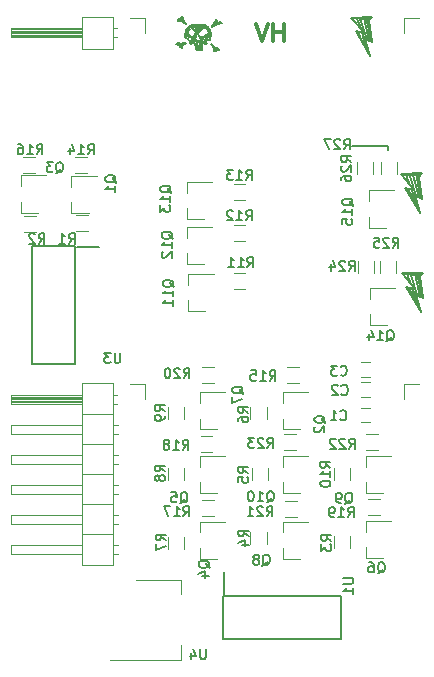
<source format=gbo>
%TF.GenerationSoftware,KiCad,Pcbnew,4.0.7*%
%TF.CreationDate,2017-11-19T00:55:32+08:00*%
%TF.ProjectId,finalRoundNixie,66696E616C526F756E644E697869652E,rev?*%
%TF.FileFunction,Legend,Bot*%
%FSLAX46Y46*%
G04 Gerber Fmt 4.6, Leading zero omitted, Abs format (unit mm)*
G04 Created by KiCad (PCBNEW 4.0.7) date 11/19/17 00:55:32*
%MOMM*%
%LPD*%
G01*
G04 APERTURE LIST*
%ADD10C,0.100000*%
%ADD11C,0.200000*%
%ADD12C,0.300000*%
%ADD13C,0.153000*%
%ADD14C,0.150000*%
%ADD15C,0.120000*%
G04 APERTURE END LIST*
D10*
D11*
X29900000Y-11600000D02*
X32900000Y-11600000D01*
D12*
X24071428Y-2708571D02*
X24071428Y-1208571D01*
X24071428Y-1922857D02*
X23214285Y-1922857D01*
X23214285Y-2708571D02*
X23214285Y-1208571D01*
X22714285Y-1208571D02*
X22214285Y-2708571D01*
X21714285Y-1208571D01*
D11*
X32900000Y-11600000D02*
X32900000Y-11900000D01*
D13*
X35160000Y-22420000D02*
X35620000Y-24270000D01*
X35490000Y-22460000D02*
X35580000Y-22860000D01*
X34476000Y-23519000D02*
X35690000Y-25640000D01*
X35550000Y-25260000D02*
X35190000Y-24140000D01*
X34880000Y-22490000D02*
X35410000Y-24170000D01*
X34670000Y-23590000D02*
X35110000Y-24560000D01*
X35062000Y-23970500D02*
X35446000Y-25031200D01*
X35716000Y-25639200D02*
X35279000Y-24156900D01*
X35540000Y-22580000D02*
X35610000Y-22380000D01*
X35410000Y-22340000D02*
X35454000Y-22684200D01*
X35858000Y-22302400D02*
X34122000Y-22361500D01*
X35279000Y-24156900D02*
X35864000Y-24422600D01*
X35755000Y-24237700D02*
X35062000Y-23970500D01*
X34550000Y-22450000D02*
X34890000Y-23240000D01*
X34380000Y-22400000D02*
X34220000Y-22390000D01*
X34122000Y-22361500D02*
X35232000Y-23702100D01*
X35864000Y-24422600D02*
X35610000Y-22580000D01*
X35232000Y-23702100D02*
X34476000Y-23519000D01*
X35580000Y-22800000D02*
X35740000Y-23930000D01*
X35330000Y-22460000D02*
X34380000Y-22400000D01*
X35530000Y-22420000D02*
X35540000Y-22580000D01*
X35699000Y-22377600D02*
X35446000Y-22508800D01*
X34980000Y-23660000D02*
X35180000Y-24090000D01*
X35780000Y-24320000D02*
X35170000Y-24060000D01*
X35454000Y-22684200D02*
X35755000Y-24237700D01*
X35610000Y-22580000D02*
X35858000Y-22302400D01*
X35060000Y-14020000D02*
X35520000Y-15870000D01*
X35390000Y-14060000D02*
X35480000Y-14460000D01*
X34376000Y-15119000D02*
X35590000Y-17240000D01*
X35450000Y-16860000D02*
X35090000Y-15740000D01*
X34780000Y-14090000D02*
X35310000Y-15770000D01*
X34570000Y-15190000D02*
X35010000Y-16160000D01*
X34962000Y-15570500D02*
X35346000Y-16631200D01*
X35616000Y-17239200D02*
X35179000Y-15756900D01*
X35440000Y-14180000D02*
X35510000Y-13980000D01*
X35310000Y-13940000D02*
X35354000Y-14284200D01*
X35758000Y-13902400D02*
X34022000Y-13961500D01*
X35179000Y-15756900D02*
X35764000Y-16022600D01*
X35655000Y-15837700D02*
X34962000Y-15570500D01*
X34450000Y-14050000D02*
X34790000Y-14840000D01*
X34280000Y-14000000D02*
X34120000Y-13990000D01*
X34022000Y-13961500D02*
X35132000Y-15302100D01*
X35764000Y-16022600D02*
X35510000Y-14180000D01*
X35132000Y-15302100D02*
X34376000Y-15119000D01*
X35480000Y-14400000D02*
X35640000Y-15530000D01*
X35230000Y-14060000D02*
X34280000Y-14000000D01*
X35430000Y-14020000D02*
X35440000Y-14180000D01*
X35599000Y-13977600D02*
X35346000Y-14108800D01*
X34880000Y-15260000D02*
X35080000Y-15690000D01*
X35680000Y-15920000D02*
X35070000Y-15660000D01*
X35354000Y-14284200D02*
X35655000Y-15837700D01*
X35510000Y-14180000D02*
X35758000Y-13902400D01*
D14*
X27685000Y-49695000D02*
X28935000Y-49695000D01*
X27660000Y-53295000D02*
X28935000Y-53295000D01*
X19025000Y-47645000D02*
X19025000Y-47845000D01*
X19025000Y-47845000D02*
X19025000Y-49495000D01*
X18925000Y-49695000D02*
X27675000Y-49695000D01*
X28935000Y-49695000D02*
X28935000Y-53295000D01*
X27675000Y-53295000D02*
X18925000Y-53295000D01*
X18925000Y-53295000D02*
X18925000Y-49695000D01*
D15*
X15360000Y-48290000D02*
X15360000Y-49550000D01*
X15360000Y-55110000D02*
X15360000Y-53850000D01*
X11600000Y-48290000D02*
X15360000Y-48290000D01*
X9350000Y-55110000D02*
X15360000Y-55110000D01*
X31350000Y-29900000D02*
X30650000Y-29900000D01*
X30650000Y-31100000D02*
X31350000Y-31100000D01*
X1840000Y-17230000D02*
X1840000Y-16300000D01*
X1840000Y-14070000D02*
X1840000Y-15000000D01*
X1840000Y-14070000D02*
X4000000Y-14070000D01*
X1840000Y-17230000D02*
X3300000Y-17230000D01*
X30650000Y-34950000D02*
X31350000Y-34950000D01*
X31350000Y-33750000D02*
X30650000Y-33750000D01*
X9660000Y-670000D02*
X9660000Y-3330000D01*
X9660000Y-3330000D02*
X7000000Y-3330000D01*
X7000000Y-3330000D02*
X7000000Y-670000D01*
X7000000Y-670000D02*
X9660000Y-670000D01*
X7000000Y-1620000D02*
X1000000Y-1620000D01*
X1000000Y-1620000D02*
X1000000Y-2380000D01*
X1000000Y-2380000D02*
X7000000Y-2380000D01*
X7000000Y-1680000D02*
X1000000Y-1680000D01*
X7000000Y-1800000D02*
X1000000Y-1800000D01*
X7000000Y-1920000D02*
X1000000Y-1920000D01*
X7000000Y-2040000D02*
X1000000Y-2040000D01*
X7000000Y-2160000D02*
X1000000Y-2160000D01*
X7000000Y-2280000D02*
X1000000Y-2280000D01*
X9990000Y-1620000D02*
X9660000Y-1620000D01*
X9990000Y-2380000D02*
X9660000Y-2380000D01*
X12370000Y-2000000D02*
X12370000Y-730000D01*
X12370000Y-730000D02*
X11100000Y-730000D01*
X6115000Y-17255000D02*
X6115000Y-16325000D01*
X6115000Y-14095000D02*
X6115000Y-15025000D01*
X6115000Y-14095000D02*
X8275000Y-14095000D01*
X6115000Y-17255000D02*
X7575000Y-17255000D01*
X23990000Y-35580000D02*
X23990000Y-34650000D01*
X23990000Y-32420000D02*
X23990000Y-33350000D01*
X23990000Y-32420000D02*
X26150000Y-32420000D01*
X23990000Y-35580000D02*
X25450000Y-35580000D01*
X16990000Y-46530000D02*
X16990000Y-45600000D01*
X16990000Y-43370000D02*
X16990000Y-44300000D01*
X16990000Y-43370000D02*
X19150000Y-43370000D01*
X16990000Y-46530000D02*
X18450000Y-46530000D01*
X16990000Y-40955000D02*
X16990000Y-40025000D01*
X16990000Y-37795000D02*
X16990000Y-38725000D01*
X16990000Y-37795000D02*
X19150000Y-37795000D01*
X16990000Y-40955000D02*
X18450000Y-40955000D01*
X31040000Y-46455000D02*
X31040000Y-45525000D01*
X31040000Y-43295000D02*
X31040000Y-44225000D01*
X31040000Y-43295000D02*
X33200000Y-43295000D01*
X31040000Y-46455000D02*
X32500000Y-46455000D01*
X16990000Y-35580000D02*
X16990000Y-34650000D01*
X16990000Y-32420000D02*
X16990000Y-33350000D01*
X16990000Y-32420000D02*
X19150000Y-32420000D01*
X16990000Y-35580000D02*
X18450000Y-35580000D01*
X23990000Y-46530000D02*
X23990000Y-45600000D01*
X23990000Y-43370000D02*
X23990000Y-44300000D01*
X23990000Y-43370000D02*
X26150000Y-43370000D01*
X23990000Y-46530000D02*
X25450000Y-46530000D01*
X31040000Y-40955000D02*
X31040000Y-40025000D01*
X31040000Y-37795000D02*
X31040000Y-38725000D01*
X31040000Y-37795000D02*
X33200000Y-37795000D01*
X31040000Y-40955000D02*
X32500000Y-40955000D01*
X23990000Y-40955000D02*
X23990000Y-40025000D01*
X23990000Y-37795000D02*
X23990000Y-38725000D01*
X23990000Y-37795000D02*
X26150000Y-37795000D01*
X23990000Y-40955000D02*
X25450000Y-40955000D01*
X15990000Y-25580000D02*
X15990000Y-24650000D01*
X15990000Y-22420000D02*
X15990000Y-23350000D01*
X15990000Y-22420000D02*
X18150000Y-22420000D01*
X15990000Y-25580000D02*
X17450000Y-25580000D01*
X15890000Y-21580000D02*
X15890000Y-20650000D01*
X15890000Y-18420000D02*
X15890000Y-19350000D01*
X15890000Y-18420000D02*
X18050000Y-18420000D01*
X15890000Y-21580000D02*
X17350000Y-21580000D01*
X15890000Y-17780000D02*
X15890000Y-16850000D01*
X15890000Y-14620000D02*
X15890000Y-15550000D01*
X15890000Y-14620000D02*
X18050000Y-14620000D01*
X15890000Y-17780000D02*
X17350000Y-17780000D01*
X31390000Y-26730000D02*
X31390000Y-25800000D01*
X31390000Y-23570000D02*
X31390000Y-24500000D01*
X31390000Y-23570000D02*
X33550000Y-23570000D01*
X31390000Y-26730000D02*
X32850000Y-26730000D01*
X6475000Y-18755000D02*
X7475000Y-18755000D01*
X7475000Y-17395000D02*
X6475000Y-17395000D01*
X2100000Y-18830000D02*
X3100000Y-18830000D01*
X3100000Y-17470000D02*
X2100000Y-17470000D01*
X29680000Y-45600000D02*
X29680000Y-44600000D01*
X28320000Y-44600000D02*
X28320000Y-45600000D01*
X22630000Y-34650000D02*
X22630000Y-33650000D01*
X21270000Y-33650000D02*
X21270000Y-34650000D01*
X15630000Y-45675000D02*
X15630000Y-44675000D01*
X14270000Y-44675000D02*
X14270000Y-45675000D01*
X15630000Y-39875000D02*
X15630000Y-38875000D01*
X14270000Y-38875000D02*
X14270000Y-39875000D01*
X15630000Y-34650000D02*
X15630000Y-33650000D01*
X14270000Y-33650000D02*
X14270000Y-34650000D01*
X29680000Y-39875000D02*
X29680000Y-38875000D01*
X28320000Y-38875000D02*
X28320000Y-39875000D01*
X19850000Y-23680000D02*
X20850000Y-23680000D01*
X20850000Y-22320000D02*
X19850000Y-22320000D01*
X19850000Y-19630000D02*
X20850000Y-19630000D01*
X20850000Y-18270000D02*
X19850000Y-18270000D01*
X19850000Y-16180000D02*
X20850000Y-16180000D01*
X20850000Y-14820000D02*
X19850000Y-14820000D01*
X6425000Y-13855000D02*
X7425000Y-13855000D01*
X7425000Y-12495000D02*
X6425000Y-12495000D01*
X25350000Y-30320000D02*
X24350000Y-30320000D01*
X24350000Y-31680000D02*
X25350000Y-31680000D01*
X3050000Y-12470000D02*
X2050000Y-12470000D01*
X2050000Y-13830000D02*
X3050000Y-13830000D01*
X18200000Y-41570000D02*
X17200000Y-41570000D01*
X17200000Y-42930000D02*
X18200000Y-42930000D01*
X18050000Y-36120000D02*
X17050000Y-36120000D01*
X17050000Y-37480000D02*
X18050000Y-37480000D01*
X32250000Y-41445000D02*
X31250000Y-41445000D01*
X31250000Y-42805000D02*
X32250000Y-42805000D01*
X18200000Y-30320000D02*
X17200000Y-30320000D01*
X17200000Y-31680000D02*
X18200000Y-31680000D01*
X25200000Y-41595000D02*
X24200000Y-41595000D01*
X24200000Y-42955000D02*
X25200000Y-42955000D01*
X32050000Y-35945000D02*
X31050000Y-35945000D01*
X31050000Y-37305000D02*
X32050000Y-37305000D01*
X25150000Y-35945000D02*
X24150000Y-35945000D01*
X24150000Y-37305000D02*
X25150000Y-37305000D01*
X30370000Y-21350000D02*
X30370000Y-22350000D01*
X31730000Y-22350000D02*
X31730000Y-21350000D01*
X33630000Y-22300000D02*
X33630000Y-21300000D01*
X32270000Y-21300000D02*
X32270000Y-22300000D01*
D14*
X6375000Y-28775000D02*
X6375000Y-30025000D01*
X2775000Y-28750000D02*
X2775000Y-30025000D01*
X8425000Y-20115000D02*
X8225000Y-20115000D01*
X8225000Y-20115000D02*
X6575000Y-20115000D01*
X6375000Y-20015000D02*
X6375000Y-28765000D01*
X6375000Y-30025000D02*
X2775000Y-30025000D01*
X2775000Y-28765000D02*
X2775000Y-20015000D01*
X2775000Y-20015000D02*
X6375000Y-20015000D01*
D15*
X31290000Y-18480000D02*
X31290000Y-17550000D01*
X31290000Y-15320000D02*
X31290000Y-16250000D01*
X31290000Y-15320000D02*
X33450000Y-15320000D01*
X31290000Y-18480000D02*
X32750000Y-18480000D01*
X30320000Y-12950000D02*
X30320000Y-13950000D01*
X31680000Y-13950000D02*
X31680000Y-12950000D01*
X33680000Y-13950000D02*
X33680000Y-12950000D01*
X32320000Y-12950000D02*
X32320000Y-13950000D01*
X9660000Y-31670000D02*
X9660000Y-47030000D01*
X9660000Y-47030000D02*
X7000000Y-47030000D01*
X7000000Y-47030000D02*
X7000000Y-31670000D01*
X7000000Y-31670000D02*
X9660000Y-31670000D01*
X7000000Y-32620000D02*
X1000000Y-32620000D01*
X1000000Y-32620000D02*
X1000000Y-33380000D01*
X1000000Y-33380000D02*
X7000000Y-33380000D01*
X7000000Y-32680000D02*
X1000000Y-32680000D01*
X7000000Y-32800000D02*
X1000000Y-32800000D01*
X7000000Y-32920000D02*
X1000000Y-32920000D01*
X7000000Y-33040000D02*
X1000000Y-33040000D01*
X7000000Y-33160000D02*
X1000000Y-33160000D01*
X7000000Y-33280000D02*
X1000000Y-33280000D01*
X9990000Y-32620000D02*
X9660000Y-32620000D01*
X9990000Y-33380000D02*
X9660000Y-33380000D01*
X9660000Y-34270000D02*
X7000000Y-34270000D01*
X7000000Y-35160000D02*
X1000000Y-35160000D01*
X1000000Y-35160000D02*
X1000000Y-35920000D01*
X1000000Y-35920000D02*
X7000000Y-35920000D01*
X10057071Y-35160000D02*
X9660000Y-35160000D01*
X10057071Y-35920000D02*
X9660000Y-35920000D01*
X9660000Y-36810000D02*
X7000000Y-36810000D01*
X7000000Y-37700000D02*
X1000000Y-37700000D01*
X1000000Y-37700000D02*
X1000000Y-38460000D01*
X1000000Y-38460000D02*
X7000000Y-38460000D01*
X10057071Y-37700000D02*
X9660000Y-37700000D01*
X10057071Y-38460000D02*
X9660000Y-38460000D01*
X9660000Y-39350000D02*
X7000000Y-39350000D01*
X7000000Y-40240000D02*
X1000000Y-40240000D01*
X1000000Y-40240000D02*
X1000000Y-41000000D01*
X1000000Y-41000000D02*
X7000000Y-41000000D01*
X10057071Y-40240000D02*
X9660000Y-40240000D01*
X10057071Y-41000000D02*
X9660000Y-41000000D01*
X9660000Y-41890000D02*
X7000000Y-41890000D01*
X7000000Y-42780000D02*
X1000000Y-42780000D01*
X1000000Y-42780000D02*
X1000000Y-43540000D01*
X1000000Y-43540000D02*
X7000000Y-43540000D01*
X10057071Y-42780000D02*
X9660000Y-42780000D01*
X10057071Y-43540000D02*
X9660000Y-43540000D01*
X9660000Y-44430000D02*
X7000000Y-44430000D01*
X7000000Y-45320000D02*
X1000000Y-45320000D01*
X1000000Y-45320000D02*
X1000000Y-46080000D01*
X1000000Y-46080000D02*
X7000000Y-46080000D01*
X10057071Y-45320000D02*
X9660000Y-45320000D01*
X10057071Y-46080000D02*
X9660000Y-46080000D01*
X12370000Y-33000000D02*
X12370000Y-31730000D01*
X12370000Y-31730000D02*
X11100000Y-31730000D01*
X31350000Y-31600000D02*
X30650000Y-31600000D01*
X30650000Y-32800000D02*
X31350000Y-32800000D01*
X22630000Y-45250000D02*
X22630000Y-44250000D01*
X21270000Y-44250000D02*
X21270000Y-45250000D01*
X22780000Y-39875000D02*
X22780000Y-38875000D01*
X21420000Y-38875000D02*
X21420000Y-39875000D01*
X35550000Y-730000D02*
X34280000Y-730000D01*
X34280000Y-730000D02*
X34280000Y-2000000D01*
X35500000Y-31730000D02*
X34230000Y-31730000D01*
X34230000Y-31730000D02*
X34230000Y-33000000D01*
D13*
X15400000Y-3100000D02*
X14980000Y-2960000D01*
X18320000Y-3500000D02*
X18220000Y-3530000D01*
X16450000Y-2500000D02*
X16660000Y-2180000D01*
X17710000Y-2120000D02*
X17460000Y-2280000D01*
X16630000Y-2220000D02*
X16550000Y-2620000D01*
X17210000Y-2810000D02*
X17350000Y-2660000D01*
X17160000Y-2870000D02*
X17340000Y-2860000D01*
X16530000Y-2250000D02*
X16710000Y-2100000D01*
X17160000Y-2920000D02*
X17050000Y-2810000D01*
X18500000Y-1250000D02*
X18290000Y-1070000D01*
X18720000Y-1060000D02*
X18530000Y-1160000D01*
X18200000Y-3340000D02*
X18090000Y-3130000D01*
X17740000Y-1590000D02*
X17940000Y-2030000D01*
X17210000Y-2460000D02*
X17400000Y-2290000D01*
X16610000Y-2700000D02*
X17010000Y-2690000D01*
X17470000Y-2360000D02*
X17860000Y-2070000D01*
X17700000Y-2500000D02*
X17410000Y-2560000D01*
X15800000Y-2830000D02*
X15500000Y-3100000D01*
X18250000Y-1240000D02*
X18320000Y-1230000D01*
X17010000Y-2310000D02*
X17660000Y-2250000D01*
X17860000Y-2630000D02*
X17320000Y-2720000D01*
X16710000Y-3410000D02*
X16520000Y-2790000D01*
X17520000Y-2970000D02*
X17270000Y-2870000D01*
X15750000Y-2830000D02*
X15320000Y-2940000D01*
X16040000Y-2260000D02*
X15920000Y-2210000D01*
X18270000Y-3260000D02*
X18550000Y-3320000D01*
X17080000Y-2460000D02*
X17260000Y-2380000D01*
X16780000Y-2810000D02*
X16860000Y-3370000D01*
X16110000Y-2830000D02*
X16200000Y-2600000D01*
X17860000Y-2010000D02*
X17690000Y-2320000D01*
X18340000Y-3380000D02*
X18320000Y-3500000D01*
X17740000Y-2020000D02*
X17580000Y-1650000D01*
X16420000Y-2810000D02*
X16260000Y-2940000D01*
X16930000Y-2270000D02*
X17130000Y-2690000D01*
X15400000Y-2990000D02*
X15760000Y-2830000D01*
X15500000Y-3100000D02*
X15450000Y-3300000D01*
X17230000Y-2530000D02*
X16960000Y-2650000D01*
X17030000Y-2770000D02*
X17110000Y-2780000D01*
X16360000Y-2510000D02*
X16690000Y-1990000D01*
X17930000Y-2010000D02*
X17870000Y-2640000D01*
X18030000Y-1480000D02*
X18500000Y-1250000D01*
X18290000Y-1070000D02*
X18010000Y-1450000D01*
X18220000Y-3530000D02*
X18200000Y-3340000D01*
X18570000Y-3440000D02*
X18340000Y-3380000D01*
X16300000Y-2930000D02*
X16130000Y-2810000D01*
X16070000Y-2360000D02*
X16600000Y-2320000D01*
X17950000Y-2980000D02*
X18270000Y-3260000D01*
X17120000Y-1550000D02*
X17590000Y-1600000D01*
X18550000Y-3320000D02*
X18570000Y-3440000D01*
X17860000Y-2070000D02*
X17590000Y-1610000D01*
X16860000Y-3370000D02*
X16780000Y-2810000D01*
X17690000Y-2040000D02*
X17600000Y-2330000D01*
X18530000Y-1160000D02*
X18320000Y-900000D01*
X17130000Y-3410000D02*
X16900000Y-3420000D01*
X16310000Y-2720000D02*
X16430000Y-2810000D01*
X18390000Y-1040000D02*
X18370000Y-850000D01*
X16470000Y-2860000D02*
X16190000Y-2680000D01*
X16900000Y-3420000D02*
X16700000Y-3370000D01*
X17730000Y-1580000D02*
X17420000Y-1350000D01*
X17590000Y-1610000D02*
X17310000Y-1420000D01*
X17410000Y-2740000D02*
X17560000Y-2880000D01*
X16990000Y-2850000D02*
X17030000Y-3360000D01*
X17020000Y-2720000D02*
X16430000Y-2580000D01*
X16930000Y-2800000D02*
X16640000Y-2820000D01*
X15450000Y-3300000D02*
X15310000Y-3190000D01*
X16570000Y-1720000D02*
X17110000Y-1550000D01*
X17020000Y-1650000D02*
X16780000Y-1780000D01*
X15750000Y-2360000D02*
X16090000Y-2580000D01*
X15890000Y-2140000D02*
X15910000Y-2240000D01*
X16770000Y-1800000D02*
X16620000Y-1600000D01*
X15810000Y-1230000D02*
X15520000Y-900000D01*
X15450000Y-880000D02*
X15130000Y-850000D01*
X15520000Y-900000D02*
X15570000Y-690000D01*
X15450000Y-1010000D02*
X15680000Y-1160000D01*
X15810000Y-1740000D02*
X16200000Y-1330000D01*
X16330000Y-1460000D02*
X17280000Y-1480000D01*
X16900000Y-1950000D02*
X16810000Y-2060000D01*
X16810000Y-2060000D02*
X16950000Y-2240000D01*
X16350000Y-1420000D02*
X16670000Y-1590000D01*
X15750000Y-2330000D02*
X15810000Y-1760000D01*
X15570000Y-690000D02*
X15410000Y-680000D01*
X17360000Y-1470000D02*
X16900000Y-1950000D01*
X16350000Y-2450000D02*
X15950000Y-2090000D01*
X16240000Y-1320000D02*
X17410000Y-1350000D01*
X17110000Y-1550000D02*
X17190000Y-1660000D01*
X17280000Y-1480000D02*
X17190000Y-1610000D01*
X17040000Y-1540000D02*
X16570000Y-1720000D01*
X17310000Y-1420000D02*
X16250000Y-1430000D01*
X15410000Y-680000D02*
X15450000Y-880000D01*
X16730000Y-2020000D02*
X16240000Y-1480000D01*
X15170000Y-1010000D02*
X15450000Y-1010000D01*
X16440000Y-1660000D02*
X16330000Y-1590000D01*
X15870000Y-1850000D02*
X15830000Y-2360000D01*
X16250000Y-1430000D02*
X15870000Y-1850000D01*
X15130000Y-850000D02*
X15170000Y-1010000D01*
X16110000Y-1630000D02*
X15870000Y-1970000D01*
X14980000Y-2960000D02*
X15180000Y-2880000D01*
X15180000Y-2880000D02*
X15400000Y-2990000D01*
X15310000Y-3190000D02*
X15400000Y-3100000D01*
X18830000Y-1160000D02*
X18720000Y-1060000D01*
X18520000Y-1240000D02*
X18830000Y-1160000D01*
X17200000Y-2940000D02*
X17190000Y-3420000D01*
X30860000Y-770000D02*
X31320000Y-2620000D01*
X31190000Y-810000D02*
X31280000Y-1210000D01*
X30176000Y-1869000D02*
X31390000Y-3990000D01*
X31250000Y-3610000D02*
X30890000Y-2490000D01*
X30580000Y-840000D02*
X31110000Y-2520000D01*
X30370000Y-1940000D02*
X30810000Y-2910000D01*
X30762000Y-2320500D02*
X31146000Y-3381200D01*
X31416000Y-3989200D02*
X30979000Y-2506900D01*
X31240000Y-930000D02*
X31310000Y-730000D01*
X31110000Y-690000D02*
X31154000Y-1034200D01*
X31558000Y-652400D02*
X29822000Y-711500D01*
X30979000Y-2506900D02*
X31564000Y-2772600D01*
X31455000Y-2587700D02*
X30762000Y-2320500D01*
X30250000Y-800000D02*
X30590000Y-1590000D01*
X30080000Y-750000D02*
X29920000Y-740000D01*
X29822000Y-711500D02*
X30932000Y-2052100D01*
X31564000Y-2772600D02*
X31310000Y-930000D01*
X30932000Y-2052100D02*
X30176000Y-1869000D01*
X31280000Y-1150000D02*
X31440000Y-2280000D01*
X31030000Y-810000D02*
X30080000Y-750000D01*
X31230000Y-770000D02*
X31240000Y-930000D01*
X31399000Y-727600D02*
X31146000Y-858800D01*
X30680000Y-2010000D02*
X30880000Y-2440000D01*
X31480000Y-2670000D02*
X30870000Y-2410000D01*
X31154000Y-1034200D02*
X31455000Y-2587700D01*
X31310000Y-930000D02*
X31558000Y-652400D01*
X29134524Y-48152381D02*
X29822619Y-48152381D01*
X29903571Y-48192857D01*
X29944048Y-48233333D01*
X29984524Y-48314286D01*
X29984524Y-48476190D01*
X29944048Y-48557143D01*
X29903571Y-48597619D01*
X29822619Y-48638095D01*
X29134524Y-48638095D01*
X29984524Y-49488095D02*
X29984524Y-49002381D01*
X29984524Y-49245238D02*
X29134524Y-49245238D01*
X29255952Y-49164286D01*
X29336905Y-49083333D01*
X29377381Y-49002381D01*
X17497619Y-54184524D02*
X17497619Y-54872619D01*
X17457143Y-54953571D01*
X17416667Y-54994048D01*
X17335714Y-55034524D01*
X17173810Y-55034524D01*
X17092857Y-54994048D01*
X17052381Y-54953571D01*
X17011905Y-54872619D01*
X17011905Y-54184524D01*
X16242857Y-54467857D02*
X16242857Y-55034524D01*
X16445238Y-54144048D02*
X16647619Y-54751190D01*
X16121429Y-54751190D01*
X28901667Y-30943571D02*
X28942143Y-30984048D01*
X29063572Y-31024524D01*
X29144524Y-31024524D01*
X29265952Y-30984048D01*
X29346905Y-30903095D01*
X29387381Y-30822143D01*
X29427857Y-30660238D01*
X29427857Y-30538810D01*
X29387381Y-30376905D01*
X29346905Y-30295952D01*
X29265952Y-30215000D01*
X29144524Y-30174524D01*
X29063572Y-30174524D01*
X28942143Y-30215000D01*
X28901667Y-30255476D01*
X28618333Y-30174524D02*
X28092143Y-30174524D01*
X28375476Y-30498333D01*
X28254048Y-30498333D01*
X28173095Y-30538810D01*
X28132619Y-30579286D01*
X28092143Y-30660238D01*
X28092143Y-30862619D01*
X28132619Y-30943571D01*
X28173095Y-30984048D01*
X28254048Y-31024524D01*
X28496905Y-31024524D01*
X28577857Y-30984048D01*
X28618333Y-30943571D01*
X4780952Y-13865476D02*
X4861905Y-13825000D01*
X4942857Y-13744048D01*
X5064286Y-13622619D01*
X5145238Y-13582143D01*
X5226190Y-13582143D01*
X5185714Y-13784524D02*
X5266667Y-13744048D01*
X5347619Y-13663095D01*
X5388095Y-13501190D01*
X5388095Y-13217857D01*
X5347619Y-13055952D01*
X5266667Y-12975000D01*
X5185714Y-12934524D01*
X5023810Y-12934524D01*
X4942857Y-12975000D01*
X4861905Y-13055952D01*
X4821429Y-13217857D01*
X4821429Y-13501190D01*
X4861905Y-13663095D01*
X4942857Y-13744048D01*
X5023810Y-13784524D01*
X5185714Y-13784524D01*
X4538095Y-12934524D02*
X4011905Y-12934524D01*
X4295238Y-13258333D01*
X4173810Y-13258333D01*
X4092857Y-13298810D01*
X4052381Y-13339286D01*
X4011905Y-13420238D01*
X4011905Y-13622619D01*
X4052381Y-13703571D01*
X4092857Y-13744048D01*
X4173810Y-13784524D01*
X4416667Y-13784524D01*
X4497619Y-13744048D01*
X4538095Y-13703571D01*
X28871667Y-34733571D02*
X28912143Y-34774048D01*
X29033572Y-34814524D01*
X29114524Y-34814524D01*
X29235952Y-34774048D01*
X29316905Y-34693095D01*
X29357381Y-34612143D01*
X29397857Y-34450238D01*
X29397857Y-34328810D01*
X29357381Y-34166905D01*
X29316905Y-34085952D01*
X29235952Y-34005000D01*
X29114524Y-33964524D01*
X29033572Y-33964524D01*
X28912143Y-34005000D01*
X28871667Y-34045476D01*
X28062143Y-34814524D02*
X28547857Y-34814524D01*
X28305000Y-34814524D02*
X28305000Y-33964524D01*
X28385952Y-34085952D01*
X28466905Y-34166905D01*
X28547857Y-34207381D01*
X9915476Y-14679048D02*
X9875000Y-14598095D01*
X9794048Y-14517143D01*
X9672619Y-14395714D01*
X9632143Y-14314762D01*
X9632143Y-14233810D01*
X9834524Y-14274286D02*
X9794048Y-14193333D01*
X9713095Y-14112381D01*
X9551190Y-14071905D01*
X9267857Y-14071905D01*
X9105952Y-14112381D01*
X9025000Y-14193333D01*
X8984524Y-14274286D01*
X8984524Y-14436190D01*
X9025000Y-14517143D01*
X9105952Y-14598095D01*
X9267857Y-14638571D01*
X9551190Y-14638571D01*
X9713095Y-14598095D01*
X9794048Y-14517143D01*
X9834524Y-14436190D01*
X9834524Y-14274286D01*
X9834524Y-15448095D02*
X9834524Y-14962381D01*
X9834524Y-15205238D02*
X8984524Y-15205238D01*
X9105952Y-15124286D01*
X9186905Y-15043333D01*
X9227381Y-14962381D01*
X27605476Y-35059048D02*
X27565000Y-34978095D01*
X27484048Y-34897143D01*
X27362619Y-34775714D01*
X27322143Y-34694762D01*
X27322143Y-34613810D01*
X27524524Y-34654286D02*
X27484048Y-34573333D01*
X27403095Y-34492381D01*
X27241190Y-34451905D01*
X26957857Y-34451905D01*
X26795952Y-34492381D01*
X26715000Y-34573333D01*
X26674524Y-34654286D01*
X26674524Y-34816190D01*
X26715000Y-34897143D01*
X26795952Y-34978095D01*
X26957857Y-35018571D01*
X27241190Y-35018571D01*
X27403095Y-34978095D01*
X27484048Y-34897143D01*
X27524524Y-34816190D01*
X27524524Y-34654286D01*
X26755476Y-35342381D02*
X26715000Y-35382857D01*
X26674524Y-35463809D01*
X26674524Y-35666190D01*
X26715000Y-35747143D01*
X26755476Y-35787619D01*
X26836429Y-35828095D01*
X26917381Y-35828095D01*
X27038810Y-35787619D01*
X27524524Y-35301905D01*
X27524524Y-35828095D01*
X17815476Y-47319048D02*
X17775000Y-47238095D01*
X17694048Y-47157143D01*
X17572619Y-47035714D01*
X17532143Y-46954762D01*
X17532143Y-46873810D01*
X17734524Y-46914286D02*
X17694048Y-46833333D01*
X17613095Y-46752381D01*
X17451190Y-46711905D01*
X17167857Y-46711905D01*
X17005952Y-46752381D01*
X16925000Y-46833333D01*
X16884524Y-46914286D01*
X16884524Y-47076190D01*
X16925000Y-47157143D01*
X17005952Y-47238095D01*
X17167857Y-47278571D01*
X17451190Y-47278571D01*
X17613095Y-47238095D01*
X17694048Y-47157143D01*
X17734524Y-47076190D01*
X17734524Y-46914286D01*
X17167857Y-48007143D02*
X17734524Y-48007143D01*
X16844048Y-47804762D02*
X17451190Y-47602381D01*
X17451190Y-48128571D01*
X15310952Y-41825476D02*
X15391905Y-41785000D01*
X15472857Y-41704048D01*
X15594286Y-41582619D01*
X15675238Y-41542143D01*
X15756190Y-41542143D01*
X15715714Y-41744524D02*
X15796667Y-41704048D01*
X15877619Y-41623095D01*
X15918095Y-41461190D01*
X15918095Y-41177857D01*
X15877619Y-41015952D01*
X15796667Y-40935000D01*
X15715714Y-40894524D01*
X15553810Y-40894524D01*
X15472857Y-40935000D01*
X15391905Y-41015952D01*
X15351429Y-41177857D01*
X15351429Y-41461190D01*
X15391905Y-41623095D01*
X15472857Y-41704048D01*
X15553810Y-41744524D01*
X15715714Y-41744524D01*
X14582381Y-40894524D02*
X14987143Y-40894524D01*
X15027619Y-41299286D01*
X14987143Y-41258810D01*
X14906191Y-41218333D01*
X14703810Y-41218333D01*
X14622857Y-41258810D01*
X14582381Y-41299286D01*
X14541905Y-41380238D01*
X14541905Y-41582619D01*
X14582381Y-41663571D01*
X14622857Y-41704048D01*
X14703810Y-41744524D01*
X14906191Y-41744524D01*
X14987143Y-41704048D01*
X15027619Y-41663571D01*
X32030952Y-47765476D02*
X32111905Y-47725000D01*
X32192857Y-47644048D01*
X32314286Y-47522619D01*
X32395238Y-47482143D01*
X32476190Y-47482143D01*
X32435714Y-47684524D02*
X32516667Y-47644048D01*
X32597619Y-47563095D01*
X32638095Y-47401190D01*
X32638095Y-47117857D01*
X32597619Y-46955952D01*
X32516667Y-46875000D01*
X32435714Y-46834524D01*
X32273810Y-46834524D01*
X32192857Y-46875000D01*
X32111905Y-46955952D01*
X32071429Y-47117857D01*
X32071429Y-47401190D01*
X32111905Y-47563095D01*
X32192857Y-47644048D01*
X32273810Y-47684524D01*
X32435714Y-47684524D01*
X31342857Y-46834524D02*
X31504762Y-46834524D01*
X31585714Y-46875000D01*
X31626191Y-46915476D01*
X31707143Y-47036905D01*
X31747619Y-47198810D01*
X31747619Y-47522619D01*
X31707143Y-47603571D01*
X31666667Y-47644048D01*
X31585714Y-47684524D01*
X31423810Y-47684524D01*
X31342857Y-47644048D01*
X31302381Y-47603571D01*
X31261905Y-47522619D01*
X31261905Y-47320238D01*
X31302381Y-47239286D01*
X31342857Y-47198810D01*
X31423810Y-47158333D01*
X31585714Y-47158333D01*
X31666667Y-47198810D01*
X31707143Y-47239286D01*
X31747619Y-47320238D01*
X20665476Y-32569048D02*
X20625000Y-32488095D01*
X20544048Y-32407143D01*
X20422619Y-32285714D01*
X20382143Y-32204762D01*
X20382143Y-32123810D01*
X20584524Y-32164286D02*
X20544048Y-32083333D01*
X20463095Y-32002381D01*
X20301190Y-31961905D01*
X20017857Y-31961905D01*
X19855952Y-32002381D01*
X19775000Y-32083333D01*
X19734524Y-32164286D01*
X19734524Y-32326190D01*
X19775000Y-32407143D01*
X19855952Y-32488095D01*
X20017857Y-32528571D01*
X20301190Y-32528571D01*
X20463095Y-32488095D01*
X20544048Y-32407143D01*
X20584524Y-32326190D01*
X20584524Y-32164286D01*
X19734524Y-32811905D02*
X19734524Y-33378571D01*
X20584524Y-33014286D01*
X22280952Y-47115476D02*
X22361905Y-47075000D01*
X22442857Y-46994048D01*
X22564286Y-46872619D01*
X22645238Y-46832143D01*
X22726190Y-46832143D01*
X22685714Y-47034524D02*
X22766667Y-46994048D01*
X22847619Y-46913095D01*
X22888095Y-46751190D01*
X22888095Y-46467857D01*
X22847619Y-46305952D01*
X22766667Y-46225000D01*
X22685714Y-46184524D01*
X22523810Y-46184524D01*
X22442857Y-46225000D01*
X22361905Y-46305952D01*
X22321429Y-46467857D01*
X22321429Y-46751190D01*
X22361905Y-46913095D01*
X22442857Y-46994048D01*
X22523810Y-47034524D01*
X22685714Y-47034524D01*
X21835714Y-46548810D02*
X21916667Y-46508333D01*
X21957143Y-46467857D01*
X21997619Y-46386905D01*
X21997619Y-46346429D01*
X21957143Y-46265476D01*
X21916667Y-46225000D01*
X21835714Y-46184524D01*
X21673810Y-46184524D01*
X21592857Y-46225000D01*
X21552381Y-46265476D01*
X21511905Y-46346429D01*
X21511905Y-46386905D01*
X21552381Y-46467857D01*
X21592857Y-46508333D01*
X21673810Y-46548810D01*
X21835714Y-46548810D01*
X21916667Y-46589286D01*
X21957143Y-46629762D01*
X21997619Y-46710714D01*
X21997619Y-46872619D01*
X21957143Y-46953571D01*
X21916667Y-46994048D01*
X21835714Y-47034524D01*
X21673810Y-47034524D01*
X21592857Y-46994048D01*
X21552381Y-46953571D01*
X21511905Y-46872619D01*
X21511905Y-46710714D01*
X21552381Y-46629762D01*
X21592857Y-46589286D01*
X21673810Y-46548810D01*
X29270952Y-41875476D02*
X29351905Y-41835000D01*
X29432857Y-41754048D01*
X29554286Y-41632619D01*
X29635238Y-41592143D01*
X29716190Y-41592143D01*
X29675714Y-41794524D02*
X29756667Y-41754048D01*
X29837619Y-41673095D01*
X29878095Y-41511190D01*
X29878095Y-41227857D01*
X29837619Y-41065952D01*
X29756667Y-40985000D01*
X29675714Y-40944524D01*
X29513810Y-40944524D01*
X29432857Y-40985000D01*
X29351905Y-41065952D01*
X29311429Y-41227857D01*
X29311429Y-41511190D01*
X29351905Y-41673095D01*
X29432857Y-41754048D01*
X29513810Y-41794524D01*
X29675714Y-41794524D01*
X28906667Y-41794524D02*
X28744762Y-41794524D01*
X28663810Y-41754048D01*
X28623334Y-41713571D01*
X28542381Y-41592143D01*
X28501905Y-41430238D01*
X28501905Y-41106429D01*
X28542381Y-41025476D01*
X28582857Y-40985000D01*
X28663810Y-40944524D01*
X28825714Y-40944524D01*
X28906667Y-40985000D01*
X28947143Y-41025476D01*
X28987619Y-41106429D01*
X28987619Y-41308810D01*
X28947143Y-41389762D01*
X28906667Y-41430238D01*
X28825714Y-41470714D01*
X28663810Y-41470714D01*
X28582857Y-41430238D01*
X28542381Y-41389762D01*
X28501905Y-41308810D01*
X22635714Y-41725476D02*
X22716667Y-41685000D01*
X22797619Y-41604048D01*
X22919048Y-41482619D01*
X23000000Y-41442143D01*
X23080952Y-41442143D01*
X23040476Y-41644524D02*
X23121429Y-41604048D01*
X23202381Y-41523095D01*
X23242857Y-41361190D01*
X23242857Y-41077857D01*
X23202381Y-40915952D01*
X23121429Y-40835000D01*
X23040476Y-40794524D01*
X22878572Y-40794524D01*
X22797619Y-40835000D01*
X22716667Y-40915952D01*
X22676191Y-41077857D01*
X22676191Y-41361190D01*
X22716667Y-41523095D01*
X22797619Y-41604048D01*
X22878572Y-41644524D01*
X23040476Y-41644524D01*
X21866667Y-41644524D02*
X22352381Y-41644524D01*
X22109524Y-41644524D02*
X22109524Y-40794524D01*
X22190476Y-40915952D01*
X22271429Y-40996905D01*
X22352381Y-41037381D01*
X21340476Y-40794524D02*
X21259524Y-40794524D01*
X21178572Y-40835000D01*
X21138095Y-40875476D01*
X21097619Y-40956429D01*
X21057143Y-41118333D01*
X21057143Y-41320714D01*
X21097619Y-41482619D01*
X21138095Y-41563571D01*
X21178572Y-41604048D01*
X21259524Y-41644524D01*
X21340476Y-41644524D01*
X21421429Y-41604048D01*
X21461905Y-41563571D01*
X21502381Y-41482619D01*
X21542857Y-41320714D01*
X21542857Y-41118333D01*
X21502381Y-40956429D01*
X21461905Y-40875476D01*
X21421429Y-40835000D01*
X21340476Y-40794524D01*
X14755476Y-23534286D02*
X14715000Y-23453333D01*
X14634048Y-23372381D01*
X14512619Y-23250952D01*
X14472143Y-23170000D01*
X14472143Y-23089048D01*
X14674524Y-23129524D02*
X14634048Y-23048571D01*
X14553095Y-22967619D01*
X14391190Y-22927143D01*
X14107857Y-22927143D01*
X13945952Y-22967619D01*
X13865000Y-23048571D01*
X13824524Y-23129524D01*
X13824524Y-23291428D01*
X13865000Y-23372381D01*
X13945952Y-23453333D01*
X14107857Y-23493809D01*
X14391190Y-23493809D01*
X14553095Y-23453333D01*
X14634048Y-23372381D01*
X14674524Y-23291428D01*
X14674524Y-23129524D01*
X14674524Y-24303333D02*
X14674524Y-23817619D01*
X14674524Y-24060476D02*
X13824524Y-24060476D01*
X13945952Y-23979524D01*
X14026905Y-23898571D01*
X14067381Y-23817619D01*
X14674524Y-25112857D02*
X14674524Y-24627143D01*
X14674524Y-24870000D02*
X13824524Y-24870000D01*
X13945952Y-24789048D01*
X14026905Y-24708095D01*
X14067381Y-24627143D01*
X14675476Y-19454286D02*
X14635000Y-19373333D01*
X14554048Y-19292381D01*
X14432619Y-19170952D01*
X14392143Y-19090000D01*
X14392143Y-19009048D01*
X14594524Y-19049524D02*
X14554048Y-18968571D01*
X14473095Y-18887619D01*
X14311190Y-18847143D01*
X14027857Y-18847143D01*
X13865952Y-18887619D01*
X13785000Y-18968571D01*
X13744524Y-19049524D01*
X13744524Y-19211428D01*
X13785000Y-19292381D01*
X13865952Y-19373333D01*
X14027857Y-19413809D01*
X14311190Y-19413809D01*
X14473095Y-19373333D01*
X14554048Y-19292381D01*
X14594524Y-19211428D01*
X14594524Y-19049524D01*
X14594524Y-20223333D02*
X14594524Y-19737619D01*
X14594524Y-19980476D02*
X13744524Y-19980476D01*
X13865952Y-19899524D01*
X13946905Y-19818571D01*
X13987381Y-19737619D01*
X13825476Y-20547143D02*
X13785000Y-20587619D01*
X13744524Y-20668571D01*
X13744524Y-20870952D01*
X13785000Y-20951905D01*
X13825476Y-20992381D01*
X13906429Y-21032857D01*
X13987381Y-21032857D01*
X14108810Y-20992381D01*
X14594524Y-20506667D01*
X14594524Y-21032857D01*
X14555476Y-15554286D02*
X14515000Y-15473333D01*
X14434048Y-15392381D01*
X14312619Y-15270952D01*
X14272143Y-15190000D01*
X14272143Y-15109048D01*
X14474524Y-15149524D02*
X14434048Y-15068571D01*
X14353095Y-14987619D01*
X14191190Y-14947143D01*
X13907857Y-14947143D01*
X13745952Y-14987619D01*
X13665000Y-15068571D01*
X13624524Y-15149524D01*
X13624524Y-15311428D01*
X13665000Y-15392381D01*
X13745952Y-15473333D01*
X13907857Y-15513809D01*
X14191190Y-15513809D01*
X14353095Y-15473333D01*
X14434048Y-15392381D01*
X14474524Y-15311428D01*
X14474524Y-15149524D01*
X14474524Y-16323333D02*
X14474524Y-15837619D01*
X14474524Y-16080476D02*
X13624524Y-16080476D01*
X13745952Y-15999524D01*
X13826905Y-15918571D01*
X13867381Y-15837619D01*
X13624524Y-16606667D02*
X13624524Y-17132857D01*
X13948333Y-16849524D01*
X13948333Y-16970952D01*
X13988810Y-17051905D01*
X14029286Y-17092381D01*
X14110238Y-17132857D01*
X14312619Y-17132857D01*
X14393571Y-17092381D01*
X14434048Y-17051905D01*
X14474524Y-16970952D01*
X14474524Y-16728095D01*
X14434048Y-16647143D01*
X14393571Y-16606667D01*
X32785714Y-28115476D02*
X32866667Y-28075000D01*
X32947619Y-27994048D01*
X33069048Y-27872619D01*
X33150000Y-27832143D01*
X33230952Y-27832143D01*
X33190476Y-28034524D02*
X33271429Y-27994048D01*
X33352381Y-27913095D01*
X33392857Y-27751190D01*
X33392857Y-27467857D01*
X33352381Y-27305952D01*
X33271429Y-27225000D01*
X33190476Y-27184524D01*
X33028572Y-27184524D01*
X32947619Y-27225000D01*
X32866667Y-27305952D01*
X32826191Y-27467857D01*
X32826191Y-27751190D01*
X32866667Y-27913095D01*
X32947619Y-27994048D01*
X33028572Y-28034524D01*
X33190476Y-28034524D01*
X32016667Y-28034524D02*
X32502381Y-28034524D01*
X32259524Y-28034524D02*
X32259524Y-27184524D01*
X32340476Y-27305952D01*
X32421429Y-27386905D01*
X32502381Y-27427381D01*
X31288095Y-27467857D02*
X31288095Y-28034524D01*
X31490476Y-27144048D02*
X31692857Y-27751190D01*
X31166667Y-27751190D01*
X5891667Y-19834524D02*
X6175000Y-19429762D01*
X6377381Y-19834524D02*
X6377381Y-18984524D01*
X6053572Y-18984524D01*
X5972619Y-19025000D01*
X5932143Y-19065476D01*
X5891667Y-19146429D01*
X5891667Y-19267857D01*
X5932143Y-19348810D01*
X5972619Y-19389286D01*
X6053572Y-19429762D01*
X6377381Y-19429762D01*
X5082143Y-19834524D02*
X5567857Y-19834524D01*
X5325000Y-19834524D02*
X5325000Y-18984524D01*
X5405952Y-19105952D01*
X5486905Y-19186905D01*
X5567857Y-19227381D01*
X3341667Y-19834524D02*
X3625000Y-19429762D01*
X3827381Y-19834524D02*
X3827381Y-18984524D01*
X3503572Y-18984524D01*
X3422619Y-19025000D01*
X3382143Y-19065476D01*
X3341667Y-19146429D01*
X3341667Y-19267857D01*
X3382143Y-19348810D01*
X3422619Y-19389286D01*
X3503572Y-19429762D01*
X3827381Y-19429762D01*
X3017857Y-19065476D02*
X2977381Y-19025000D01*
X2896429Y-18984524D01*
X2694048Y-18984524D01*
X2613095Y-19025000D01*
X2572619Y-19065476D01*
X2532143Y-19146429D01*
X2532143Y-19227381D01*
X2572619Y-19348810D01*
X3058333Y-19834524D01*
X2532143Y-19834524D01*
X28124524Y-45018333D02*
X27719762Y-44735000D01*
X28124524Y-44532619D02*
X27274524Y-44532619D01*
X27274524Y-44856428D01*
X27315000Y-44937381D01*
X27355476Y-44977857D01*
X27436429Y-45018333D01*
X27557857Y-45018333D01*
X27638810Y-44977857D01*
X27679286Y-44937381D01*
X27719762Y-44856428D01*
X27719762Y-44532619D01*
X27274524Y-45301667D02*
X27274524Y-45827857D01*
X27598333Y-45544524D01*
X27598333Y-45665952D01*
X27638810Y-45746905D01*
X27679286Y-45787381D01*
X27760238Y-45827857D01*
X27962619Y-45827857D01*
X28043571Y-45787381D01*
X28084048Y-45746905D01*
X28124524Y-45665952D01*
X28124524Y-45423095D01*
X28084048Y-45342143D01*
X28043571Y-45301667D01*
X21084524Y-34158333D02*
X20679762Y-33875000D01*
X21084524Y-33672619D02*
X20234524Y-33672619D01*
X20234524Y-33996428D01*
X20275000Y-34077381D01*
X20315476Y-34117857D01*
X20396429Y-34158333D01*
X20517857Y-34158333D01*
X20598810Y-34117857D01*
X20639286Y-34077381D01*
X20679762Y-33996428D01*
X20679762Y-33672619D01*
X20234524Y-34886905D02*
X20234524Y-34725000D01*
X20275000Y-34644048D01*
X20315476Y-34603571D01*
X20436905Y-34522619D01*
X20598810Y-34482143D01*
X20922619Y-34482143D01*
X21003571Y-34522619D01*
X21044048Y-34563095D01*
X21084524Y-34644048D01*
X21084524Y-34805952D01*
X21044048Y-34886905D01*
X21003571Y-34927381D01*
X20922619Y-34967857D01*
X20720238Y-34967857D01*
X20639286Y-34927381D01*
X20598810Y-34886905D01*
X20558333Y-34805952D01*
X20558333Y-34644048D01*
X20598810Y-34563095D01*
X20639286Y-34522619D01*
X20720238Y-34482143D01*
X14084524Y-44958333D02*
X13679762Y-44675000D01*
X14084524Y-44472619D02*
X13234524Y-44472619D01*
X13234524Y-44796428D01*
X13275000Y-44877381D01*
X13315476Y-44917857D01*
X13396429Y-44958333D01*
X13517857Y-44958333D01*
X13598810Y-44917857D01*
X13639286Y-44877381D01*
X13679762Y-44796428D01*
X13679762Y-44472619D01*
X13234524Y-45241667D02*
X13234524Y-45808333D01*
X14084524Y-45444048D01*
X14034524Y-39128333D02*
X13629762Y-38845000D01*
X14034524Y-38642619D02*
X13184524Y-38642619D01*
X13184524Y-38966428D01*
X13225000Y-39047381D01*
X13265476Y-39087857D01*
X13346429Y-39128333D01*
X13467857Y-39128333D01*
X13548810Y-39087857D01*
X13589286Y-39047381D01*
X13629762Y-38966428D01*
X13629762Y-38642619D01*
X13548810Y-39614048D02*
X13508333Y-39533095D01*
X13467857Y-39492619D01*
X13386905Y-39452143D01*
X13346429Y-39452143D01*
X13265476Y-39492619D01*
X13225000Y-39533095D01*
X13184524Y-39614048D01*
X13184524Y-39775952D01*
X13225000Y-39856905D01*
X13265476Y-39897381D01*
X13346429Y-39937857D01*
X13386905Y-39937857D01*
X13467857Y-39897381D01*
X13508333Y-39856905D01*
X13548810Y-39775952D01*
X13548810Y-39614048D01*
X13589286Y-39533095D01*
X13629762Y-39492619D01*
X13710714Y-39452143D01*
X13872619Y-39452143D01*
X13953571Y-39492619D01*
X13994048Y-39533095D01*
X14034524Y-39614048D01*
X14034524Y-39775952D01*
X13994048Y-39856905D01*
X13953571Y-39897381D01*
X13872619Y-39937857D01*
X13710714Y-39937857D01*
X13629762Y-39897381D01*
X13589286Y-39856905D01*
X13548810Y-39775952D01*
X14014524Y-34028333D02*
X13609762Y-33745000D01*
X14014524Y-33542619D02*
X13164524Y-33542619D01*
X13164524Y-33866428D01*
X13205000Y-33947381D01*
X13245476Y-33987857D01*
X13326429Y-34028333D01*
X13447857Y-34028333D01*
X13528810Y-33987857D01*
X13569286Y-33947381D01*
X13609762Y-33866428D01*
X13609762Y-33542619D01*
X14014524Y-34433095D02*
X14014524Y-34595000D01*
X13974048Y-34675952D01*
X13933571Y-34716428D01*
X13812143Y-34797381D01*
X13650238Y-34837857D01*
X13326429Y-34837857D01*
X13245476Y-34797381D01*
X13205000Y-34756905D01*
X13164524Y-34675952D01*
X13164524Y-34514048D01*
X13205000Y-34433095D01*
X13245476Y-34392619D01*
X13326429Y-34352143D01*
X13528810Y-34352143D01*
X13609762Y-34392619D01*
X13650238Y-34433095D01*
X13690714Y-34514048D01*
X13690714Y-34675952D01*
X13650238Y-34756905D01*
X13609762Y-34797381D01*
X13528810Y-34837857D01*
X28044524Y-38803571D02*
X27639762Y-38520238D01*
X28044524Y-38317857D02*
X27194524Y-38317857D01*
X27194524Y-38641666D01*
X27235000Y-38722619D01*
X27275476Y-38763095D01*
X27356429Y-38803571D01*
X27477857Y-38803571D01*
X27558810Y-38763095D01*
X27599286Y-38722619D01*
X27639762Y-38641666D01*
X27639762Y-38317857D01*
X28044524Y-39613095D02*
X28044524Y-39127381D01*
X28044524Y-39370238D02*
X27194524Y-39370238D01*
X27315952Y-39289286D01*
X27396905Y-39208333D01*
X27437381Y-39127381D01*
X27194524Y-40139286D02*
X27194524Y-40220238D01*
X27235000Y-40301190D01*
X27275476Y-40341667D01*
X27356429Y-40382143D01*
X27518333Y-40422619D01*
X27720714Y-40422619D01*
X27882619Y-40382143D01*
X27963571Y-40341667D01*
X28004048Y-40301190D01*
X28044524Y-40220238D01*
X28044524Y-40139286D01*
X28004048Y-40058333D01*
X27963571Y-40017857D01*
X27882619Y-39977381D01*
X27720714Y-39936905D01*
X27518333Y-39936905D01*
X27356429Y-39977381D01*
X27275476Y-40017857D01*
X27235000Y-40058333D01*
X27194524Y-40139286D01*
X21006429Y-21854524D02*
X21289762Y-21449762D01*
X21492143Y-21854524D02*
X21492143Y-21004524D01*
X21168334Y-21004524D01*
X21087381Y-21045000D01*
X21046905Y-21085476D01*
X21006429Y-21166429D01*
X21006429Y-21287857D01*
X21046905Y-21368810D01*
X21087381Y-21409286D01*
X21168334Y-21449762D01*
X21492143Y-21449762D01*
X20196905Y-21854524D02*
X20682619Y-21854524D01*
X20439762Y-21854524D02*
X20439762Y-21004524D01*
X20520714Y-21125952D01*
X20601667Y-21206905D01*
X20682619Y-21247381D01*
X19387381Y-21854524D02*
X19873095Y-21854524D01*
X19630238Y-21854524D02*
X19630238Y-21004524D01*
X19711190Y-21125952D01*
X19792143Y-21206905D01*
X19873095Y-21247381D01*
X20896429Y-17884524D02*
X21179762Y-17479762D01*
X21382143Y-17884524D02*
X21382143Y-17034524D01*
X21058334Y-17034524D01*
X20977381Y-17075000D01*
X20936905Y-17115476D01*
X20896429Y-17196429D01*
X20896429Y-17317857D01*
X20936905Y-17398810D01*
X20977381Y-17439286D01*
X21058334Y-17479762D01*
X21382143Y-17479762D01*
X20086905Y-17884524D02*
X20572619Y-17884524D01*
X20329762Y-17884524D02*
X20329762Y-17034524D01*
X20410714Y-17155952D01*
X20491667Y-17236905D01*
X20572619Y-17277381D01*
X19763095Y-17115476D02*
X19722619Y-17075000D01*
X19641667Y-17034524D01*
X19439286Y-17034524D01*
X19358333Y-17075000D01*
X19317857Y-17115476D01*
X19277381Y-17196429D01*
X19277381Y-17277381D01*
X19317857Y-17398810D01*
X19803571Y-17884524D01*
X19277381Y-17884524D01*
X20896429Y-14434524D02*
X21179762Y-14029762D01*
X21382143Y-14434524D02*
X21382143Y-13584524D01*
X21058334Y-13584524D01*
X20977381Y-13625000D01*
X20936905Y-13665476D01*
X20896429Y-13746429D01*
X20896429Y-13867857D01*
X20936905Y-13948810D01*
X20977381Y-13989286D01*
X21058334Y-14029762D01*
X21382143Y-14029762D01*
X20086905Y-14434524D02*
X20572619Y-14434524D01*
X20329762Y-14434524D02*
X20329762Y-13584524D01*
X20410714Y-13705952D01*
X20491667Y-13786905D01*
X20572619Y-13827381D01*
X19803571Y-13584524D02*
X19277381Y-13584524D01*
X19560714Y-13908333D01*
X19439286Y-13908333D01*
X19358333Y-13948810D01*
X19317857Y-13989286D01*
X19277381Y-14070238D01*
X19277381Y-14272619D01*
X19317857Y-14353571D01*
X19358333Y-14394048D01*
X19439286Y-14434524D01*
X19682143Y-14434524D01*
X19763095Y-14394048D01*
X19803571Y-14353571D01*
X7496429Y-12284524D02*
X7779762Y-11879762D01*
X7982143Y-12284524D02*
X7982143Y-11434524D01*
X7658334Y-11434524D01*
X7577381Y-11475000D01*
X7536905Y-11515476D01*
X7496429Y-11596429D01*
X7496429Y-11717857D01*
X7536905Y-11798810D01*
X7577381Y-11839286D01*
X7658334Y-11879762D01*
X7982143Y-11879762D01*
X6686905Y-12284524D02*
X7172619Y-12284524D01*
X6929762Y-12284524D02*
X6929762Y-11434524D01*
X7010714Y-11555952D01*
X7091667Y-11636905D01*
X7172619Y-11677381D01*
X5958333Y-11717857D02*
X5958333Y-12284524D01*
X6160714Y-11394048D02*
X6363095Y-12001190D01*
X5836905Y-12001190D01*
X22886429Y-31434524D02*
X23169762Y-31029762D01*
X23372143Y-31434524D02*
X23372143Y-30584524D01*
X23048334Y-30584524D01*
X22967381Y-30625000D01*
X22926905Y-30665476D01*
X22886429Y-30746429D01*
X22886429Y-30867857D01*
X22926905Y-30948810D01*
X22967381Y-30989286D01*
X23048334Y-31029762D01*
X23372143Y-31029762D01*
X22076905Y-31434524D02*
X22562619Y-31434524D01*
X22319762Y-31434524D02*
X22319762Y-30584524D01*
X22400714Y-30705952D01*
X22481667Y-30786905D01*
X22562619Y-30827381D01*
X21307857Y-30584524D02*
X21712619Y-30584524D01*
X21753095Y-30989286D01*
X21712619Y-30948810D01*
X21631667Y-30908333D01*
X21429286Y-30908333D01*
X21348333Y-30948810D01*
X21307857Y-30989286D01*
X21267381Y-31070238D01*
X21267381Y-31272619D01*
X21307857Y-31353571D01*
X21348333Y-31394048D01*
X21429286Y-31434524D01*
X21631667Y-31434524D01*
X21712619Y-31394048D01*
X21753095Y-31353571D01*
X3166429Y-12274524D02*
X3449762Y-11869762D01*
X3652143Y-12274524D02*
X3652143Y-11424524D01*
X3328334Y-11424524D01*
X3247381Y-11465000D01*
X3206905Y-11505476D01*
X3166429Y-11586429D01*
X3166429Y-11707857D01*
X3206905Y-11788810D01*
X3247381Y-11829286D01*
X3328334Y-11869762D01*
X3652143Y-11869762D01*
X2356905Y-12274524D02*
X2842619Y-12274524D01*
X2599762Y-12274524D02*
X2599762Y-11424524D01*
X2680714Y-11545952D01*
X2761667Y-11626905D01*
X2842619Y-11667381D01*
X1628333Y-11424524D02*
X1790238Y-11424524D01*
X1871190Y-11465000D01*
X1911667Y-11505476D01*
X1992619Y-11626905D01*
X2033095Y-11788810D01*
X2033095Y-12112619D01*
X1992619Y-12193571D01*
X1952143Y-12234048D01*
X1871190Y-12274524D01*
X1709286Y-12274524D01*
X1628333Y-12234048D01*
X1587857Y-12193571D01*
X1547381Y-12112619D01*
X1547381Y-11910238D01*
X1587857Y-11829286D01*
X1628333Y-11788810D01*
X1709286Y-11748333D01*
X1871190Y-11748333D01*
X1952143Y-11788810D01*
X1992619Y-11829286D01*
X2033095Y-11910238D01*
X15586429Y-42944524D02*
X15869762Y-42539762D01*
X16072143Y-42944524D02*
X16072143Y-42094524D01*
X15748334Y-42094524D01*
X15667381Y-42135000D01*
X15626905Y-42175476D01*
X15586429Y-42256429D01*
X15586429Y-42377857D01*
X15626905Y-42458810D01*
X15667381Y-42499286D01*
X15748334Y-42539762D01*
X16072143Y-42539762D01*
X14776905Y-42944524D02*
X15262619Y-42944524D01*
X15019762Y-42944524D02*
X15019762Y-42094524D01*
X15100714Y-42215952D01*
X15181667Y-42296905D01*
X15262619Y-42337381D01*
X14493571Y-42094524D02*
X13926905Y-42094524D01*
X14291190Y-42944524D01*
X15526429Y-37309524D02*
X15809762Y-36904762D01*
X16012143Y-37309524D02*
X16012143Y-36459524D01*
X15688334Y-36459524D01*
X15607381Y-36500000D01*
X15566905Y-36540476D01*
X15526429Y-36621429D01*
X15526429Y-36742857D01*
X15566905Y-36823810D01*
X15607381Y-36864286D01*
X15688334Y-36904762D01*
X16012143Y-36904762D01*
X14716905Y-37309524D02*
X15202619Y-37309524D01*
X14959762Y-37309524D02*
X14959762Y-36459524D01*
X15040714Y-36580952D01*
X15121667Y-36661905D01*
X15202619Y-36702381D01*
X14231190Y-36823810D02*
X14312143Y-36783333D01*
X14352619Y-36742857D01*
X14393095Y-36661905D01*
X14393095Y-36621429D01*
X14352619Y-36540476D01*
X14312143Y-36500000D01*
X14231190Y-36459524D01*
X14069286Y-36459524D01*
X13988333Y-36500000D01*
X13947857Y-36540476D01*
X13907381Y-36621429D01*
X13907381Y-36661905D01*
X13947857Y-36742857D01*
X13988333Y-36783333D01*
X14069286Y-36823810D01*
X14231190Y-36823810D01*
X14312143Y-36864286D01*
X14352619Y-36904762D01*
X14393095Y-36985714D01*
X14393095Y-37147619D01*
X14352619Y-37228571D01*
X14312143Y-37269048D01*
X14231190Y-37309524D01*
X14069286Y-37309524D01*
X13988333Y-37269048D01*
X13947857Y-37228571D01*
X13907381Y-37147619D01*
X13907381Y-36985714D01*
X13947857Y-36904762D01*
X13988333Y-36864286D01*
X14069286Y-36823810D01*
X29526429Y-42994524D02*
X29809762Y-42589762D01*
X30012143Y-42994524D02*
X30012143Y-42144524D01*
X29688334Y-42144524D01*
X29607381Y-42185000D01*
X29566905Y-42225476D01*
X29526429Y-42306429D01*
X29526429Y-42427857D01*
X29566905Y-42508810D01*
X29607381Y-42549286D01*
X29688334Y-42589762D01*
X30012143Y-42589762D01*
X28716905Y-42994524D02*
X29202619Y-42994524D01*
X28959762Y-42994524D02*
X28959762Y-42144524D01*
X29040714Y-42265952D01*
X29121667Y-42346905D01*
X29202619Y-42387381D01*
X28312143Y-42994524D02*
X28150238Y-42994524D01*
X28069286Y-42954048D01*
X28028810Y-42913571D01*
X27947857Y-42792143D01*
X27907381Y-42630238D01*
X27907381Y-42306429D01*
X27947857Y-42225476D01*
X27988333Y-42185000D01*
X28069286Y-42144524D01*
X28231190Y-42144524D01*
X28312143Y-42185000D01*
X28352619Y-42225476D01*
X28393095Y-42306429D01*
X28393095Y-42508810D01*
X28352619Y-42589762D01*
X28312143Y-42630238D01*
X28231190Y-42670714D01*
X28069286Y-42670714D01*
X27988333Y-42630238D01*
X27947857Y-42589762D01*
X27907381Y-42508810D01*
X15616429Y-31234524D02*
X15899762Y-30829762D01*
X16102143Y-31234524D02*
X16102143Y-30384524D01*
X15778334Y-30384524D01*
X15697381Y-30425000D01*
X15656905Y-30465476D01*
X15616429Y-30546429D01*
X15616429Y-30667857D01*
X15656905Y-30748810D01*
X15697381Y-30789286D01*
X15778334Y-30829762D01*
X16102143Y-30829762D01*
X15292619Y-30465476D02*
X15252143Y-30425000D01*
X15171191Y-30384524D01*
X14968810Y-30384524D01*
X14887857Y-30425000D01*
X14847381Y-30465476D01*
X14806905Y-30546429D01*
X14806905Y-30627381D01*
X14847381Y-30748810D01*
X15333095Y-31234524D01*
X14806905Y-31234524D01*
X14280714Y-30384524D02*
X14199762Y-30384524D01*
X14118810Y-30425000D01*
X14078333Y-30465476D01*
X14037857Y-30546429D01*
X13997381Y-30708333D01*
X13997381Y-30910714D01*
X14037857Y-31072619D01*
X14078333Y-31153571D01*
X14118810Y-31194048D01*
X14199762Y-31234524D01*
X14280714Y-31234524D01*
X14361667Y-31194048D01*
X14402143Y-31153571D01*
X14442619Y-31072619D01*
X14483095Y-30910714D01*
X14483095Y-30708333D01*
X14442619Y-30546429D01*
X14402143Y-30465476D01*
X14361667Y-30425000D01*
X14280714Y-30384524D01*
X22646429Y-42944524D02*
X22929762Y-42539762D01*
X23132143Y-42944524D02*
X23132143Y-42094524D01*
X22808334Y-42094524D01*
X22727381Y-42135000D01*
X22686905Y-42175476D01*
X22646429Y-42256429D01*
X22646429Y-42377857D01*
X22686905Y-42458810D01*
X22727381Y-42499286D01*
X22808334Y-42539762D01*
X23132143Y-42539762D01*
X22322619Y-42175476D02*
X22282143Y-42135000D01*
X22201191Y-42094524D01*
X21998810Y-42094524D01*
X21917857Y-42135000D01*
X21877381Y-42175476D01*
X21836905Y-42256429D01*
X21836905Y-42337381D01*
X21877381Y-42458810D01*
X22363095Y-42944524D01*
X21836905Y-42944524D01*
X21027381Y-42944524D02*
X21513095Y-42944524D01*
X21270238Y-42944524D02*
X21270238Y-42094524D01*
X21351190Y-42215952D01*
X21432143Y-42296905D01*
X21513095Y-42337381D01*
X29616429Y-37194524D02*
X29899762Y-36789762D01*
X30102143Y-37194524D02*
X30102143Y-36344524D01*
X29778334Y-36344524D01*
X29697381Y-36385000D01*
X29656905Y-36425476D01*
X29616429Y-36506429D01*
X29616429Y-36627857D01*
X29656905Y-36708810D01*
X29697381Y-36749286D01*
X29778334Y-36789762D01*
X30102143Y-36789762D01*
X29292619Y-36425476D02*
X29252143Y-36385000D01*
X29171191Y-36344524D01*
X28968810Y-36344524D01*
X28887857Y-36385000D01*
X28847381Y-36425476D01*
X28806905Y-36506429D01*
X28806905Y-36587381D01*
X28847381Y-36708810D01*
X29333095Y-37194524D01*
X28806905Y-37194524D01*
X28483095Y-36425476D02*
X28442619Y-36385000D01*
X28361667Y-36344524D01*
X28159286Y-36344524D01*
X28078333Y-36385000D01*
X28037857Y-36425476D01*
X27997381Y-36506429D01*
X27997381Y-36587381D01*
X28037857Y-36708810D01*
X28523571Y-37194524D01*
X27997381Y-37194524D01*
X22696429Y-37144524D02*
X22979762Y-36739762D01*
X23182143Y-37144524D02*
X23182143Y-36294524D01*
X22858334Y-36294524D01*
X22777381Y-36335000D01*
X22736905Y-36375476D01*
X22696429Y-36456429D01*
X22696429Y-36577857D01*
X22736905Y-36658810D01*
X22777381Y-36699286D01*
X22858334Y-36739762D01*
X23182143Y-36739762D01*
X22372619Y-36375476D02*
X22332143Y-36335000D01*
X22251191Y-36294524D01*
X22048810Y-36294524D01*
X21967857Y-36335000D01*
X21927381Y-36375476D01*
X21886905Y-36456429D01*
X21886905Y-36537381D01*
X21927381Y-36658810D01*
X22413095Y-37144524D01*
X21886905Y-37144524D01*
X21603571Y-36294524D02*
X21077381Y-36294524D01*
X21360714Y-36618333D01*
X21239286Y-36618333D01*
X21158333Y-36658810D01*
X21117857Y-36699286D01*
X21077381Y-36780238D01*
X21077381Y-36982619D01*
X21117857Y-37063571D01*
X21158333Y-37104048D01*
X21239286Y-37144524D01*
X21482143Y-37144524D01*
X21563095Y-37104048D01*
X21603571Y-37063571D01*
X29596429Y-22134524D02*
X29879762Y-21729762D01*
X30082143Y-22134524D02*
X30082143Y-21284524D01*
X29758334Y-21284524D01*
X29677381Y-21325000D01*
X29636905Y-21365476D01*
X29596429Y-21446429D01*
X29596429Y-21567857D01*
X29636905Y-21648810D01*
X29677381Y-21689286D01*
X29758334Y-21729762D01*
X30082143Y-21729762D01*
X29272619Y-21365476D02*
X29232143Y-21325000D01*
X29151191Y-21284524D01*
X28948810Y-21284524D01*
X28867857Y-21325000D01*
X28827381Y-21365476D01*
X28786905Y-21446429D01*
X28786905Y-21527381D01*
X28827381Y-21648810D01*
X29313095Y-22134524D01*
X28786905Y-22134524D01*
X28058333Y-21567857D02*
X28058333Y-22134524D01*
X28260714Y-21244048D02*
X28463095Y-21851190D01*
X27936905Y-21851190D01*
X33316429Y-20174524D02*
X33599762Y-19769762D01*
X33802143Y-20174524D02*
X33802143Y-19324524D01*
X33478334Y-19324524D01*
X33397381Y-19365000D01*
X33356905Y-19405476D01*
X33316429Y-19486429D01*
X33316429Y-19607857D01*
X33356905Y-19688810D01*
X33397381Y-19729286D01*
X33478334Y-19769762D01*
X33802143Y-19769762D01*
X32992619Y-19405476D02*
X32952143Y-19365000D01*
X32871191Y-19324524D01*
X32668810Y-19324524D01*
X32587857Y-19365000D01*
X32547381Y-19405476D01*
X32506905Y-19486429D01*
X32506905Y-19567381D01*
X32547381Y-19688810D01*
X33033095Y-20174524D01*
X32506905Y-20174524D01*
X31737857Y-19324524D02*
X32142619Y-19324524D01*
X32183095Y-19729286D01*
X32142619Y-19688810D01*
X32061667Y-19648333D01*
X31859286Y-19648333D01*
X31778333Y-19688810D01*
X31737857Y-19729286D01*
X31697381Y-19810238D01*
X31697381Y-20012619D01*
X31737857Y-20093571D01*
X31778333Y-20134048D01*
X31859286Y-20174524D01*
X32061667Y-20174524D01*
X32142619Y-20134048D01*
X32183095Y-20093571D01*
X10247619Y-29084524D02*
X10247619Y-29772619D01*
X10207143Y-29853571D01*
X10166667Y-29894048D01*
X10085714Y-29934524D01*
X9923810Y-29934524D01*
X9842857Y-29894048D01*
X9802381Y-29853571D01*
X9761905Y-29772619D01*
X9761905Y-29084524D01*
X9438095Y-29084524D02*
X8911905Y-29084524D01*
X9195238Y-29408333D01*
X9073810Y-29408333D01*
X8992857Y-29448810D01*
X8952381Y-29489286D01*
X8911905Y-29570238D01*
X8911905Y-29772619D01*
X8952381Y-29853571D01*
X8992857Y-29894048D01*
X9073810Y-29934524D01*
X9316667Y-29934524D01*
X9397619Y-29894048D01*
X9438095Y-29853571D01*
X29975476Y-16654286D02*
X29935000Y-16573333D01*
X29854048Y-16492381D01*
X29732619Y-16370952D01*
X29692143Y-16290000D01*
X29692143Y-16209048D01*
X29894524Y-16249524D02*
X29854048Y-16168571D01*
X29773095Y-16087619D01*
X29611190Y-16047143D01*
X29327857Y-16047143D01*
X29165952Y-16087619D01*
X29085000Y-16168571D01*
X29044524Y-16249524D01*
X29044524Y-16411428D01*
X29085000Y-16492381D01*
X29165952Y-16573333D01*
X29327857Y-16613809D01*
X29611190Y-16613809D01*
X29773095Y-16573333D01*
X29854048Y-16492381D01*
X29894524Y-16411428D01*
X29894524Y-16249524D01*
X29894524Y-17423333D02*
X29894524Y-16937619D01*
X29894524Y-17180476D02*
X29044524Y-17180476D01*
X29165952Y-17099524D01*
X29246905Y-17018571D01*
X29287381Y-16937619D01*
X29044524Y-18192381D02*
X29044524Y-17787619D01*
X29449286Y-17747143D01*
X29408810Y-17787619D01*
X29368333Y-17868571D01*
X29368333Y-18070952D01*
X29408810Y-18151905D01*
X29449286Y-18192381D01*
X29530238Y-18232857D01*
X29732619Y-18232857D01*
X29813571Y-18192381D01*
X29854048Y-18151905D01*
X29894524Y-18070952D01*
X29894524Y-17868571D01*
X29854048Y-17787619D01*
X29813571Y-17747143D01*
X29814524Y-12943571D02*
X29409762Y-12660238D01*
X29814524Y-12457857D02*
X28964524Y-12457857D01*
X28964524Y-12781666D01*
X29005000Y-12862619D01*
X29045476Y-12903095D01*
X29126429Y-12943571D01*
X29247857Y-12943571D01*
X29328810Y-12903095D01*
X29369286Y-12862619D01*
X29409762Y-12781666D01*
X29409762Y-12457857D01*
X29045476Y-13267381D02*
X29005000Y-13307857D01*
X28964524Y-13388809D01*
X28964524Y-13591190D01*
X29005000Y-13672143D01*
X29045476Y-13712619D01*
X29126429Y-13753095D01*
X29207381Y-13753095D01*
X29328810Y-13712619D01*
X29814524Y-13226905D01*
X29814524Y-13753095D01*
X28964524Y-14481667D02*
X28964524Y-14319762D01*
X29005000Y-14238810D01*
X29045476Y-14198333D01*
X29166905Y-14117381D01*
X29328810Y-14076905D01*
X29652619Y-14076905D01*
X29733571Y-14117381D01*
X29774048Y-14157857D01*
X29814524Y-14238810D01*
X29814524Y-14400714D01*
X29774048Y-14481667D01*
X29733571Y-14522143D01*
X29652619Y-14562619D01*
X29450238Y-14562619D01*
X29369286Y-14522143D01*
X29328810Y-14481667D01*
X29288333Y-14400714D01*
X29288333Y-14238810D01*
X29328810Y-14157857D01*
X29369286Y-14117381D01*
X29450238Y-14076905D01*
X29176429Y-11864524D02*
X29459762Y-11459762D01*
X29662143Y-11864524D02*
X29662143Y-11014524D01*
X29338334Y-11014524D01*
X29257381Y-11055000D01*
X29216905Y-11095476D01*
X29176429Y-11176429D01*
X29176429Y-11297857D01*
X29216905Y-11378810D01*
X29257381Y-11419286D01*
X29338334Y-11459762D01*
X29662143Y-11459762D01*
X28852619Y-11095476D02*
X28812143Y-11055000D01*
X28731191Y-11014524D01*
X28528810Y-11014524D01*
X28447857Y-11055000D01*
X28407381Y-11095476D01*
X28366905Y-11176429D01*
X28366905Y-11257381D01*
X28407381Y-11378810D01*
X28893095Y-11864524D01*
X28366905Y-11864524D01*
X28083571Y-11014524D02*
X27516905Y-11014524D01*
X27881190Y-11864524D01*
X28971667Y-32583571D02*
X29012143Y-32624048D01*
X29133572Y-32664524D01*
X29214524Y-32664524D01*
X29335952Y-32624048D01*
X29416905Y-32543095D01*
X29457381Y-32462143D01*
X29497857Y-32300238D01*
X29497857Y-32178810D01*
X29457381Y-32016905D01*
X29416905Y-31935952D01*
X29335952Y-31855000D01*
X29214524Y-31814524D01*
X29133572Y-31814524D01*
X29012143Y-31855000D01*
X28971667Y-31895476D01*
X28647857Y-31895476D02*
X28607381Y-31855000D01*
X28526429Y-31814524D01*
X28324048Y-31814524D01*
X28243095Y-31855000D01*
X28202619Y-31895476D01*
X28162143Y-31976429D01*
X28162143Y-32057381D01*
X28202619Y-32178810D01*
X28688333Y-32664524D01*
X28162143Y-32664524D01*
X21104524Y-44628333D02*
X20699762Y-44345000D01*
X21104524Y-44142619D02*
X20254524Y-44142619D01*
X20254524Y-44466428D01*
X20295000Y-44547381D01*
X20335476Y-44587857D01*
X20416429Y-44628333D01*
X20537857Y-44628333D01*
X20618810Y-44587857D01*
X20659286Y-44547381D01*
X20699762Y-44466428D01*
X20699762Y-44142619D01*
X20537857Y-45356905D02*
X21104524Y-45356905D01*
X20214048Y-45154524D02*
X20821190Y-44952143D01*
X20821190Y-45478333D01*
X21084524Y-39258333D02*
X20679762Y-38975000D01*
X21084524Y-38772619D02*
X20234524Y-38772619D01*
X20234524Y-39096428D01*
X20275000Y-39177381D01*
X20315476Y-39217857D01*
X20396429Y-39258333D01*
X20517857Y-39258333D01*
X20598810Y-39217857D01*
X20639286Y-39177381D01*
X20679762Y-39096428D01*
X20679762Y-38772619D01*
X20234524Y-40027381D02*
X20234524Y-39622619D01*
X20639286Y-39582143D01*
X20598810Y-39622619D01*
X20558333Y-39703571D01*
X20558333Y-39905952D01*
X20598810Y-39986905D01*
X20639286Y-40027381D01*
X20720238Y-40067857D01*
X20922619Y-40067857D01*
X21003571Y-40027381D01*
X21044048Y-39986905D01*
X21084524Y-39905952D01*
X21084524Y-39703571D01*
X21044048Y-39622619D01*
X21003571Y-39582143D01*
M02*

</source>
